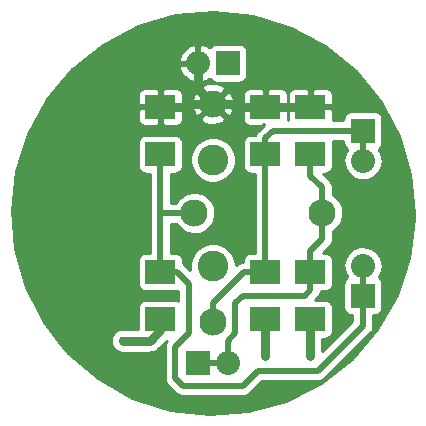
<source format=gbl>
%TF.GenerationSoftware,KiCad,Pcbnew,4.1.0-alpha+201609021633+7109~49~ubuntu16.04.1-product*%
%TF.CreationDate,2016-09-14T14:37:25+05:30*%
%TF.ProjectId,OTS2_encB,4F5453325F656E63422E6B696361645F,rev?*%
%TF.FileFunction,Copper,L2,Bot,Signal*%
%FSLAX46Y46*%
G04 Gerber Fmt 4.6, Leading zero omitted, Abs format (unit mm)*
G04 Created by KiCad (PCBNEW 4.1.0-alpha+201609021633+7109~49~ubuntu16.04.1-product) date Wed Sep 14 14:37:25 2016*
%MOMM*%
%LPD*%
G01*
G04 APERTURE LIST*
%ADD10C,0.101600*%
%ADD11C,2.300000*%
%ADD12C,2.600000*%
%ADD13R,2.032000X2.032000*%
%ADD14O,2.032000X2.032000*%
%ADD15R,2.500000X2.000000*%
%ADD16C,0.762000*%
%ADD17C,0.762000*%
%ADD18C,0.508000*%
%ADD19C,0.254000*%
G04 APERTURE END LIST*
D10*
D11*
X140035000Y-91440000D03*
D12*
X141605000Y-95940000D03*
D11*
X141605000Y-100700000D03*
D12*
X141605000Y-86940000D03*
D11*
X141605000Y-82180000D03*
X150865000Y-91440000D03*
D13*
X154305000Y-98425000D03*
D14*
X154305000Y-95885000D03*
D15*
X149860000Y-100425000D03*
X149860000Y-96425000D03*
X146050000Y-100425000D03*
X146050000Y-96425000D03*
X149860000Y-86455000D03*
X149860000Y-82455000D03*
X137160000Y-100425000D03*
X137160000Y-96425000D03*
X137160000Y-86455000D03*
X137160000Y-82455000D03*
X146050000Y-86455000D03*
X146050000Y-82455000D03*
D13*
X154305000Y-84455000D03*
D14*
X154305000Y-86995000D03*
D13*
X140335000Y-104140000D03*
D14*
X142875000Y-104140000D03*
D13*
X142875000Y-78740000D03*
D14*
X140335000Y-78740000D03*
D16*
X133985000Y-102235000D03*
X149860000Y-103505000D03*
X146050000Y-103505000D03*
D17*
X137160000Y-82455000D02*
X136910000Y-82455000D01*
X137160000Y-82455000D02*
X139172000Y-82455000D01*
X139447000Y-82180000D02*
X139172000Y-82455000D01*
X143231345Y-82180000D02*
X143510000Y-82458655D01*
X141605000Y-82180000D02*
X139447000Y-82180000D01*
X141605000Y-82180000D02*
X143231345Y-82180000D01*
X143513655Y-82455000D02*
X146050000Y-82455000D01*
X140335000Y-80910000D02*
X141605000Y-82180000D01*
X143510000Y-82458655D02*
X143513655Y-82455000D01*
X146050000Y-82455000D02*
X149860000Y-82455000D01*
X140335000Y-78740000D02*
X140335000Y-80910000D01*
D18*
X144145000Y-106045000D02*
X139065000Y-106045000D01*
X139065000Y-106045000D02*
X138430000Y-105410000D01*
X150495000Y-104775000D02*
X145415000Y-104775000D01*
X145415000Y-104775000D02*
X144145000Y-106045000D01*
X154305000Y-98425000D02*
X154305000Y-100965000D01*
X138589000Y-96425000D02*
X137160000Y-96425000D01*
X138430000Y-105410000D02*
X138430000Y-102743000D01*
X138430000Y-102743000D02*
X139573000Y-101600000D01*
X139573000Y-101600000D02*
X139573000Y-97409000D01*
X139573000Y-97409000D02*
X138589000Y-96425000D01*
X154305000Y-100965000D02*
X150495000Y-104775000D01*
X154305000Y-98425000D02*
X154305000Y-95885000D01*
X137160000Y-96425000D02*
X137160000Y-91440000D01*
X140035000Y-91440000D02*
X137160000Y-91440000D01*
X137160000Y-86455000D02*
X137160000Y-91440000D01*
X142875000Y-102235000D02*
X143510000Y-101600000D01*
X142875000Y-104140000D02*
X142875000Y-102235000D01*
X140335000Y-104140000D02*
X142875000Y-104140000D01*
X144145000Y-98425000D02*
X143510000Y-99060000D01*
X143510000Y-99060000D02*
X143510000Y-101600000D01*
X149368000Y-98425000D02*
X144145000Y-98425000D01*
X149860000Y-97933000D02*
X149368000Y-98425000D01*
X149860000Y-96425000D02*
X149860000Y-94615000D01*
X149860000Y-96425000D02*
X149860000Y-97933000D01*
X150865000Y-93610000D02*
X150865000Y-91440000D01*
X149860000Y-94615000D02*
X150865000Y-93610000D01*
X150865000Y-89270000D02*
X149860000Y-88265000D01*
X150865000Y-91440000D02*
X150865000Y-89270000D01*
X149860000Y-88265000D02*
X149860000Y-86455000D01*
X154305000Y-84455000D02*
X146685000Y-84455000D01*
X146050000Y-85090000D02*
X146050000Y-86455000D01*
X146685000Y-84455000D02*
X146050000Y-85090000D01*
X154305000Y-84455000D02*
X154305000Y-86995000D01*
X141605000Y-100700000D02*
X141605000Y-99073655D01*
X141605000Y-99073655D02*
X142875000Y-97803655D01*
X142875000Y-97790000D02*
X144240000Y-96425000D01*
X144240000Y-96425000D02*
X146050000Y-96425000D01*
X142875000Y-97803655D02*
X142875000Y-97790000D01*
X146050000Y-96425000D02*
X146050000Y-86455000D01*
D17*
X137160000Y-100425000D02*
X137160000Y-101346000D01*
X137160000Y-101346000D02*
X136271000Y-102235000D01*
X136271000Y-102235000D02*
X133985000Y-102235000D01*
X149860000Y-103505000D02*
X149860000Y-100425000D01*
X146050000Y-100425000D02*
X146050000Y-103505000D01*
D19*
G36*
X145032051Y-74744707D02*
X148209583Y-75728318D01*
X151135548Y-77310381D01*
X153698498Y-79430637D01*
X155800810Y-82008326D01*
X157362408Y-84945265D01*
X158323811Y-88129586D01*
X158648400Y-91440000D01*
X158641755Y-91915880D01*
X158224861Y-95215940D01*
X157174921Y-98372175D01*
X155531927Y-101264367D01*
X153358462Y-103782351D01*
X150737310Y-105830219D01*
X147768312Y-107329967D01*
X144564555Y-108224472D01*
X141248070Y-108479662D01*
X137945180Y-108085816D01*
X134781691Y-107057937D01*
X131878100Y-105435174D01*
X129345004Y-103279340D01*
X128584980Y-102320428D01*
X132967664Y-102320428D01*
X133003633Y-102516403D01*
X133076981Y-102701659D01*
X133184915Y-102869140D01*
X133323324Y-103012467D01*
X133486936Y-103126180D01*
X133669520Y-103205949D01*
X133864119Y-103248734D01*
X134063324Y-103252907D01*
X134074139Y-103251000D01*
X136271000Y-103251000D01*
X136364407Y-103241841D01*
X136457895Y-103233662D01*
X136463026Y-103232171D01*
X136468342Y-103231650D01*
X136558166Y-103204531D01*
X136648310Y-103178342D01*
X136653054Y-103175883D01*
X136658168Y-103174339D01*
X136741053Y-103130268D01*
X136824353Y-103087089D01*
X136828526Y-103083758D01*
X136833246Y-103081248D01*
X136905982Y-103021926D01*
X136979319Y-102963382D01*
X136986752Y-102956051D01*
X136986908Y-102955924D01*
X136987027Y-102955780D01*
X136989420Y-102953420D01*
X137687633Y-102255208D01*
X137652449Y-102320825D01*
X137612889Y-102392786D01*
X137611476Y-102397240D01*
X137609266Y-102401362D01*
X137585249Y-102479917D01*
X137560427Y-102558167D01*
X137559906Y-102562812D01*
X137558539Y-102567283D01*
X137550241Y-102648980D01*
X137541087Y-102730588D01*
X137541023Y-102739730D01*
X137541006Y-102739897D01*
X137541021Y-102740052D01*
X137541000Y-102743000D01*
X137541000Y-105410000D01*
X137549011Y-105491704D01*
X137556170Y-105573533D01*
X137557475Y-105578025D01*
X137557931Y-105582674D01*
X137581665Y-105661284D01*
X137604577Y-105740146D01*
X137606727Y-105744294D01*
X137608079Y-105748772D01*
X137646647Y-105821309D01*
X137684422Y-105894184D01*
X137687338Y-105897837D01*
X137689533Y-105901965D01*
X137741442Y-105965611D01*
X137792667Y-106029780D01*
X137799084Y-106036288D01*
X137799192Y-106036420D01*
X137799315Y-106036521D01*
X137801382Y-106038618D01*
X138436382Y-106673618D01*
X138499827Y-106725732D01*
X138562744Y-106778526D01*
X138566842Y-106780779D01*
X138570453Y-106783745D01*
X138642825Y-106822551D01*
X138714786Y-106862111D01*
X138719240Y-106863524D01*
X138723362Y-106865734D01*
X138801917Y-106889751D01*
X138880167Y-106914573D01*
X138884812Y-106915094D01*
X138889283Y-106916461D01*
X138971024Y-106924764D01*
X139052588Y-106933913D01*
X139061720Y-106933977D01*
X139061897Y-106933995D01*
X139062062Y-106933979D01*
X139065000Y-106934000D01*
X144145000Y-106934000D01*
X144226704Y-106925989D01*
X144308533Y-106918830D01*
X144313025Y-106917525D01*
X144317674Y-106917069D01*
X144396284Y-106893335D01*
X144475146Y-106870423D01*
X144479294Y-106868273D01*
X144483772Y-106866921D01*
X144556309Y-106828353D01*
X144629184Y-106790578D01*
X144632837Y-106787662D01*
X144636965Y-106785467D01*
X144700611Y-106733558D01*
X144764780Y-106682333D01*
X144771288Y-106675916D01*
X144771420Y-106675808D01*
X144771521Y-106675685D01*
X144773618Y-106673618D01*
X145783236Y-105664000D01*
X150495000Y-105664000D01*
X150576704Y-105655989D01*
X150658533Y-105648830D01*
X150663025Y-105647525D01*
X150667674Y-105647069D01*
X150746284Y-105623335D01*
X150825146Y-105600423D01*
X150829294Y-105598273D01*
X150833772Y-105596921D01*
X150906309Y-105558353D01*
X150979184Y-105520578D01*
X150982837Y-105517662D01*
X150986965Y-105515467D01*
X151050611Y-105463558D01*
X151114780Y-105412333D01*
X151121288Y-105405916D01*
X151121420Y-105405808D01*
X151121521Y-105405685D01*
X151123618Y-105403618D01*
X154933618Y-101593618D01*
X154985732Y-101530173D01*
X155038526Y-101467256D01*
X155040779Y-101463158D01*
X155043745Y-101459547D01*
X155082551Y-101387175D01*
X155122111Y-101315214D01*
X155123524Y-101310760D01*
X155125734Y-101306638D01*
X155149751Y-101228083D01*
X155174573Y-101149833D01*
X155175094Y-101145188D01*
X155176461Y-101140717D01*
X155184764Y-101058976D01*
X155193913Y-100977412D01*
X155193977Y-100968280D01*
X155193995Y-100968103D01*
X155193979Y-100967938D01*
X155194000Y-100965000D01*
X155194000Y-100079072D01*
X155321000Y-100079072D01*
X155445482Y-100066812D01*
X155565180Y-100030502D01*
X155675494Y-99971537D01*
X155772185Y-99892185D01*
X155851537Y-99795494D01*
X155910502Y-99685180D01*
X155946812Y-99565482D01*
X155959072Y-99441000D01*
X155959072Y-97409000D01*
X155946812Y-97284518D01*
X155910502Y-97164820D01*
X155851537Y-97054506D01*
X155772185Y-96957815D01*
X155675494Y-96878463D01*
X155639528Y-96859239D01*
X155681729Y-96808227D01*
X155834984Y-96524788D01*
X155930267Y-96216980D01*
X155963948Y-95896526D01*
X155934744Y-95575633D01*
X155843769Y-95266525D01*
X155694486Y-94980973D01*
X155492582Y-94729856D01*
X155245749Y-94522738D01*
X154963386Y-94367508D01*
X154656250Y-94270078D01*
X154336040Y-94234161D01*
X154312988Y-94234000D01*
X154297012Y-94234000D01*
X153976331Y-94265443D01*
X153667865Y-94358574D01*
X153383363Y-94509847D01*
X153133661Y-94713499D01*
X152928271Y-94961773D01*
X152775016Y-95245212D01*
X152679733Y-95553020D01*
X152646052Y-95873474D01*
X152675256Y-96194367D01*
X152766231Y-96503475D01*
X152915514Y-96789027D01*
X152971517Y-96858680D01*
X152934506Y-96878463D01*
X152837815Y-96957815D01*
X152758463Y-97054506D01*
X152699498Y-97164820D01*
X152663188Y-97284518D01*
X152650928Y-97409000D01*
X152650928Y-99441000D01*
X152663188Y-99565482D01*
X152699498Y-99685180D01*
X152758463Y-99795494D01*
X152837815Y-99892185D01*
X152934506Y-99971537D01*
X153044820Y-100030502D01*
X153164518Y-100066812D01*
X153289000Y-100079072D01*
X153416000Y-100079072D01*
X153416000Y-100596764D01*
X150876000Y-103136764D01*
X150876000Y-102063072D01*
X151110000Y-102063072D01*
X151234482Y-102050812D01*
X151354180Y-102014502D01*
X151464494Y-101955537D01*
X151561185Y-101876185D01*
X151640537Y-101779494D01*
X151699502Y-101669180D01*
X151735812Y-101549482D01*
X151748072Y-101425000D01*
X151748072Y-99425000D01*
X151735812Y-99300518D01*
X151699502Y-99180820D01*
X151640537Y-99070506D01*
X151561185Y-98973815D01*
X151464494Y-98894463D01*
X151354180Y-98835498D01*
X151234482Y-98799188D01*
X151110000Y-98786928D01*
X150263308Y-98786928D01*
X150488618Y-98561618D01*
X150540732Y-98498173D01*
X150593526Y-98435256D01*
X150595779Y-98431158D01*
X150598745Y-98427547D01*
X150637551Y-98355175D01*
X150677111Y-98283214D01*
X150678524Y-98278760D01*
X150680734Y-98274638D01*
X150704755Y-98196071D01*
X150729573Y-98117833D01*
X150730094Y-98113190D01*
X150731461Y-98108718D01*
X150736097Y-98063072D01*
X151110000Y-98063072D01*
X151234482Y-98050812D01*
X151354180Y-98014502D01*
X151464494Y-97955537D01*
X151561185Y-97876185D01*
X151640537Y-97779494D01*
X151699502Y-97669180D01*
X151735812Y-97549482D01*
X151748072Y-97425000D01*
X151748072Y-95425000D01*
X151735812Y-95300518D01*
X151699502Y-95180820D01*
X151640537Y-95070506D01*
X151561185Y-94973815D01*
X151464494Y-94894463D01*
X151354180Y-94835498D01*
X151234482Y-94799188D01*
X151110000Y-94786928D01*
X150945308Y-94786928D01*
X151493618Y-94238618D01*
X151545732Y-94175173D01*
X151598526Y-94112256D01*
X151600779Y-94108158D01*
X151603745Y-94104547D01*
X151642551Y-94032175D01*
X151682111Y-93960214D01*
X151683524Y-93955760D01*
X151685734Y-93951638D01*
X151709751Y-93873083D01*
X151734573Y-93794833D01*
X151735094Y-93790188D01*
X151736461Y-93785717D01*
X151744764Y-93703976D01*
X151753913Y-93622412D01*
X151753977Y-93613280D01*
X151753995Y-93613103D01*
X151753979Y-93612938D01*
X151754000Y-93610000D01*
X151754000Y-92990022D01*
X151969273Y-92853405D01*
X152222774Y-92611999D01*
X152424558Y-92325952D01*
X152566939Y-92006160D01*
X152644494Y-91664802D01*
X152650077Y-91264972D01*
X152582084Y-90921582D01*
X152448687Y-90597938D01*
X152254969Y-90306369D01*
X152008307Y-90057979D01*
X151754000Y-89886447D01*
X151754000Y-89270000D01*
X151745993Y-89188336D01*
X151738830Y-89106468D01*
X151737525Y-89101976D01*
X151737069Y-89097326D01*
X151713346Y-89018750D01*
X151690424Y-88939854D01*
X151688272Y-88935702D01*
X151686921Y-88931228D01*
X151648371Y-88858727D01*
X151610578Y-88785816D01*
X151607662Y-88782163D01*
X151605467Y-88778035D01*
X151553558Y-88714389D01*
X151502333Y-88650220D01*
X151495916Y-88643712D01*
X151495808Y-88643580D01*
X151495685Y-88643479D01*
X151493618Y-88641382D01*
X150945308Y-88093072D01*
X151110000Y-88093072D01*
X151234482Y-88080812D01*
X151354180Y-88044502D01*
X151464494Y-87985537D01*
X151561185Y-87906185D01*
X151640537Y-87809494D01*
X151699502Y-87699180D01*
X151735812Y-87579482D01*
X151748072Y-87455000D01*
X151748072Y-85455000D01*
X151737140Y-85344000D01*
X152650928Y-85344000D01*
X152650928Y-85471000D01*
X152663188Y-85595482D01*
X152699498Y-85715180D01*
X152758463Y-85825494D01*
X152837815Y-85922185D01*
X152934506Y-86001537D01*
X152970472Y-86020761D01*
X152928271Y-86071773D01*
X152775016Y-86355212D01*
X152679733Y-86663020D01*
X152646052Y-86983474D01*
X152675256Y-87304367D01*
X152766231Y-87613475D01*
X152915514Y-87899027D01*
X153117418Y-88150144D01*
X153364251Y-88357262D01*
X153646614Y-88512492D01*
X153953750Y-88609922D01*
X154273960Y-88645839D01*
X154297012Y-88646000D01*
X154312988Y-88646000D01*
X154633669Y-88614557D01*
X154942135Y-88521426D01*
X155226637Y-88370153D01*
X155476339Y-88166501D01*
X155681729Y-87918227D01*
X155834984Y-87634788D01*
X155930267Y-87326980D01*
X155963948Y-87006526D01*
X155934744Y-86685633D01*
X155843769Y-86376525D01*
X155694486Y-86090973D01*
X155638483Y-86021320D01*
X155675494Y-86001537D01*
X155772185Y-85922185D01*
X155851537Y-85825494D01*
X155910502Y-85715180D01*
X155946812Y-85595482D01*
X155959072Y-85471000D01*
X155959072Y-83439000D01*
X155946812Y-83314518D01*
X155910502Y-83194820D01*
X155851537Y-83084506D01*
X155772185Y-82987815D01*
X155675494Y-82908463D01*
X155565180Y-82849498D01*
X155445482Y-82813188D01*
X155321000Y-82800928D01*
X153289000Y-82800928D01*
X153164518Y-82813188D01*
X153044820Y-82849498D01*
X152934506Y-82908463D01*
X152837815Y-82987815D01*
X152758463Y-83084506D01*
X152699498Y-83194820D01*
X152663188Y-83314518D01*
X152650928Y-83439000D01*
X152650928Y-83566000D01*
X151735361Y-83566000D01*
X151745000Y-83517542D01*
X151745000Y-82740750D01*
X151586250Y-82582000D01*
X149987000Y-82582000D01*
X149987000Y-82602000D01*
X149733000Y-82602000D01*
X149733000Y-82582000D01*
X148133750Y-82582000D01*
X147975000Y-82740750D01*
X147975000Y-83517542D01*
X147984639Y-83566000D01*
X147925361Y-83566000D01*
X147935000Y-83517542D01*
X147935000Y-82740750D01*
X147776250Y-82582000D01*
X146177000Y-82582000D01*
X146177000Y-82602000D01*
X145923000Y-82602000D01*
X145923000Y-82582000D01*
X144323750Y-82582000D01*
X144165000Y-82740750D01*
X144165000Y-83517542D01*
X144189403Y-83640223D01*
X144237270Y-83755785D01*
X144306763Y-83859789D01*
X144395211Y-83948237D01*
X144499215Y-84017730D01*
X144614777Y-84065597D01*
X144737458Y-84090000D01*
X145764250Y-84090000D01*
X145922998Y-83931252D01*
X145922998Y-83959766D01*
X145421382Y-84461382D01*
X145369268Y-84524827D01*
X145316474Y-84587744D01*
X145314221Y-84591842D01*
X145311255Y-84595453D01*
X145272449Y-84667825D01*
X145232889Y-84739786D01*
X145231476Y-84744240D01*
X145229266Y-84748362D01*
X145208303Y-84816928D01*
X144800000Y-84816928D01*
X144675518Y-84829188D01*
X144555820Y-84865498D01*
X144445506Y-84924463D01*
X144348815Y-85003815D01*
X144269463Y-85100506D01*
X144210498Y-85210820D01*
X144174188Y-85330518D01*
X144161928Y-85455000D01*
X144161928Y-87455000D01*
X144174188Y-87579482D01*
X144210498Y-87699180D01*
X144269463Y-87809494D01*
X144348815Y-87906185D01*
X144445506Y-87985537D01*
X144555820Y-88044502D01*
X144675518Y-88080812D01*
X144800000Y-88093072D01*
X145161000Y-88093072D01*
X145161000Y-94786928D01*
X144800000Y-94786928D01*
X144675518Y-94799188D01*
X144555820Y-94835498D01*
X144445506Y-94894463D01*
X144348815Y-94973815D01*
X144269463Y-95070506D01*
X144210498Y-95180820D01*
X144174188Y-95300518D01*
X144161928Y-95425000D01*
X144161928Y-95543655D01*
X144158336Y-95544007D01*
X144076468Y-95551170D01*
X144071976Y-95552475D01*
X144067326Y-95552931D01*
X143988750Y-95576654D01*
X143909854Y-95599576D01*
X143905702Y-95601728D01*
X143901228Y-95603079D01*
X143828727Y-95641629D01*
X143755816Y-95679422D01*
X143752163Y-95682338D01*
X143748035Y-95684533D01*
X143684365Y-95736461D01*
X143620221Y-95787667D01*
X143613714Y-95794083D01*
X143613580Y-95794192D01*
X143613478Y-95794316D01*
X143611382Y-95796382D01*
X143538420Y-95869344D01*
X143540083Y-95750263D01*
X143466377Y-95378017D01*
X143321771Y-95027177D01*
X143111773Y-94711106D01*
X142844384Y-94441843D01*
X142529786Y-94229644D01*
X142179964Y-94082592D01*
X141808241Y-94006288D01*
X141428777Y-94003639D01*
X141056026Y-94074745D01*
X140704184Y-94216899D01*
X140386655Y-94424684D01*
X140115532Y-94690188D01*
X139901142Y-95003296D01*
X139751651Y-95352083D01*
X139672754Y-95723264D01*
X139667456Y-96102700D01*
X139699718Y-96278482D01*
X139217618Y-95796382D01*
X139154173Y-95744268D01*
X139091256Y-95691474D01*
X139087158Y-95689221D01*
X139083547Y-95686255D01*
X139048072Y-95667233D01*
X139048072Y-95425000D01*
X139035812Y-95300518D01*
X138999502Y-95180820D01*
X138940537Y-95070506D01*
X138861185Y-94973815D01*
X138764494Y-94894463D01*
X138654180Y-94835498D01*
X138534482Y-94799188D01*
X138410000Y-94786928D01*
X138049000Y-94786928D01*
X138049000Y-92329000D01*
X138484262Y-92329000D01*
X138629338Y-92554114D01*
X138872508Y-92805923D01*
X139159957Y-93005705D01*
X139480736Y-93145850D01*
X139822626Y-93221020D01*
X140172606Y-93228351D01*
X140517345Y-93167564D01*
X140843711Y-93040975D01*
X141139273Y-92853405D01*
X141392774Y-92611999D01*
X141594558Y-92325952D01*
X141736939Y-92006160D01*
X141814494Y-91664802D01*
X141820077Y-91264972D01*
X141752084Y-90921582D01*
X141618687Y-90597938D01*
X141424969Y-90306369D01*
X141178307Y-90057979D01*
X140888097Y-89862230D01*
X140565393Y-89726577D01*
X140222486Y-89656189D01*
X139872438Y-89653745D01*
X139528582Y-89719339D01*
X139204015Y-89850472D01*
X138911100Y-90042151D01*
X138660994Y-90287072D01*
X138480279Y-90551000D01*
X138049000Y-90551000D01*
X138049000Y-88093072D01*
X138410000Y-88093072D01*
X138534482Y-88080812D01*
X138654180Y-88044502D01*
X138764494Y-87985537D01*
X138861185Y-87906185D01*
X138940537Y-87809494D01*
X138999502Y-87699180D01*
X139035812Y-87579482D01*
X139048072Y-87455000D01*
X139048072Y-87102700D01*
X139667456Y-87102700D01*
X139735958Y-87475939D01*
X139875652Y-87828764D01*
X140081215Y-88147737D01*
X140344820Y-88420707D01*
X140656424Y-88637277D01*
X141004159Y-88789199D01*
X141374780Y-88870685D01*
X141754170Y-88878632D01*
X142127878Y-88812738D01*
X142481670Y-88675511D01*
X142802069Y-88472179D01*
X143076873Y-88210487D01*
X143295614Y-87900402D01*
X143449959Y-87553736D01*
X143534031Y-87183693D01*
X143540083Y-86750263D01*
X143466377Y-86378017D01*
X143321771Y-86027177D01*
X143111773Y-85711106D01*
X142844384Y-85441843D01*
X142529786Y-85229644D01*
X142179964Y-85082592D01*
X141808241Y-85006288D01*
X141428777Y-85003639D01*
X141056026Y-85074745D01*
X140704184Y-85216899D01*
X140386655Y-85424684D01*
X140115532Y-85690188D01*
X139901142Y-86003296D01*
X139751651Y-86352083D01*
X139672754Y-86723264D01*
X139667456Y-87102700D01*
X139048072Y-87102700D01*
X139048072Y-85455000D01*
X139035812Y-85330518D01*
X138999502Y-85210820D01*
X138940537Y-85100506D01*
X138861185Y-85003815D01*
X138764494Y-84924463D01*
X138654180Y-84865498D01*
X138534482Y-84829188D01*
X138410000Y-84816928D01*
X135910000Y-84816928D01*
X135785518Y-84829188D01*
X135665820Y-84865498D01*
X135555506Y-84924463D01*
X135458815Y-85003815D01*
X135379463Y-85100506D01*
X135320498Y-85210820D01*
X135284188Y-85330518D01*
X135271928Y-85455000D01*
X135271928Y-87455000D01*
X135284188Y-87579482D01*
X135320498Y-87699180D01*
X135379463Y-87809494D01*
X135458815Y-87906185D01*
X135555506Y-87985537D01*
X135665820Y-88044502D01*
X135785518Y-88080812D01*
X135910000Y-88093072D01*
X136271000Y-88093072D01*
X136271000Y-94786928D01*
X135910000Y-94786928D01*
X135785518Y-94799188D01*
X135665820Y-94835498D01*
X135555506Y-94894463D01*
X135458815Y-94973815D01*
X135379463Y-95070506D01*
X135320498Y-95180820D01*
X135284188Y-95300518D01*
X135271928Y-95425000D01*
X135271928Y-97425000D01*
X135284188Y-97549482D01*
X135320498Y-97669180D01*
X135379463Y-97779494D01*
X135458815Y-97876185D01*
X135555506Y-97955537D01*
X135665820Y-98014502D01*
X135785518Y-98050812D01*
X135910000Y-98063072D01*
X138410000Y-98063072D01*
X138534482Y-98050812D01*
X138654180Y-98014502D01*
X138684000Y-97998563D01*
X138684000Y-98851437D01*
X138654180Y-98835498D01*
X138534482Y-98799188D01*
X138410000Y-98786928D01*
X135910000Y-98786928D01*
X135785518Y-98799188D01*
X135665820Y-98835498D01*
X135555506Y-98894463D01*
X135458815Y-98973815D01*
X135379463Y-99070506D01*
X135320498Y-99180820D01*
X135284188Y-99300518D01*
X135271928Y-99425000D01*
X135271928Y-101219000D01*
X133994743Y-101219000D01*
X133892472Y-101218286D01*
X133696753Y-101255621D01*
X133512014Y-101330261D01*
X133345290Y-101439361D01*
X133202933Y-101578768D01*
X133090364Y-101743170D01*
X133011872Y-101926306D01*
X132970446Y-102121200D01*
X132967664Y-102320428D01*
X128584980Y-102320428D01*
X127278887Y-100672550D01*
X125758447Y-97714094D01*
X124841598Y-94516660D01*
X124563261Y-91202037D01*
X124934039Y-87896478D01*
X125939809Y-84725890D01*
X127031149Y-82740750D01*
X135275000Y-82740750D01*
X135275000Y-83517542D01*
X135299403Y-83640223D01*
X135347270Y-83755785D01*
X135416763Y-83859789D01*
X135505211Y-83948237D01*
X135609215Y-84017730D01*
X135724777Y-84065597D01*
X135847458Y-84090000D01*
X136874250Y-84090000D01*
X137033000Y-83931250D01*
X137033000Y-82582000D01*
X137287000Y-82582000D01*
X137287000Y-83931250D01*
X137445750Y-84090000D01*
X138472542Y-84090000D01*
X138595223Y-84065597D01*
X138710785Y-84017730D01*
X138814789Y-83948237D01*
X138903237Y-83859789D01*
X138972730Y-83755785D01*
X139020597Y-83640223D01*
X139045000Y-83517542D01*
X139045000Y-83422349D01*
X140542256Y-83422349D01*
X140656118Y-83702090D01*
X140971296Y-83857961D01*
X141310826Y-83949349D01*
X141661661Y-83972741D01*
X142010319Y-83927240D01*
X142343400Y-83814594D01*
X142553882Y-83702090D01*
X142667744Y-83422349D01*
X141605000Y-82359605D01*
X140542256Y-83422349D01*
X139045000Y-83422349D01*
X139045000Y-82740750D01*
X138886250Y-82582000D01*
X137287000Y-82582000D01*
X137033000Y-82582000D01*
X135433750Y-82582000D01*
X135275000Y-82740750D01*
X127031149Y-82740750D01*
X127542261Y-81811041D01*
X127893493Y-81392458D01*
X135275000Y-81392458D01*
X135275000Y-82169250D01*
X135433750Y-82328000D01*
X137033000Y-82328000D01*
X137033000Y-80978750D01*
X137287000Y-80978750D01*
X137287000Y-82328000D01*
X138886250Y-82328000D01*
X138977589Y-82236661D01*
X139812259Y-82236661D01*
X139857760Y-82585319D01*
X139970406Y-82918400D01*
X140082910Y-83128882D01*
X140362651Y-83242744D01*
X141425395Y-82180000D01*
X141784605Y-82180000D01*
X142847349Y-83242744D01*
X143127090Y-83128882D01*
X143282961Y-82813704D01*
X143374349Y-82474174D01*
X143397741Y-82123339D01*
X143352240Y-81774681D01*
X143239594Y-81441600D01*
X143213328Y-81392458D01*
X144165000Y-81392458D01*
X144165000Y-82169250D01*
X144323750Y-82328000D01*
X145923000Y-82328000D01*
X145923000Y-80978750D01*
X146177000Y-80978750D01*
X146177000Y-82328000D01*
X147776250Y-82328000D01*
X147935000Y-82169250D01*
X147935000Y-81392458D01*
X147975000Y-81392458D01*
X147975000Y-82169250D01*
X148133750Y-82328000D01*
X149733000Y-82328000D01*
X149733000Y-80978750D01*
X149987000Y-80978750D01*
X149987000Y-82328000D01*
X151586250Y-82328000D01*
X151745000Y-82169250D01*
X151745000Y-81392458D01*
X151720597Y-81269777D01*
X151672730Y-81154215D01*
X151603237Y-81050211D01*
X151514789Y-80961763D01*
X151410785Y-80892270D01*
X151295223Y-80844403D01*
X151172542Y-80820000D01*
X150145750Y-80820000D01*
X149987000Y-80978750D01*
X149733000Y-80978750D01*
X149574250Y-80820000D01*
X148547458Y-80820000D01*
X148424777Y-80844403D01*
X148309215Y-80892270D01*
X148205211Y-80961763D01*
X148116763Y-81050211D01*
X148047270Y-81154215D01*
X147999403Y-81269777D01*
X147975000Y-81392458D01*
X147935000Y-81392458D01*
X147910597Y-81269777D01*
X147862730Y-81154215D01*
X147793237Y-81050211D01*
X147704789Y-80961763D01*
X147600785Y-80892270D01*
X147485223Y-80844403D01*
X147362542Y-80820000D01*
X146335750Y-80820000D01*
X146177000Y-80978750D01*
X145923000Y-80978750D01*
X145764250Y-80820000D01*
X144737458Y-80820000D01*
X144614777Y-80844403D01*
X144499215Y-80892270D01*
X144395211Y-80961763D01*
X144306763Y-81050211D01*
X144237270Y-81154215D01*
X144189403Y-81269777D01*
X144165000Y-81392458D01*
X143213328Y-81392458D01*
X143127090Y-81231118D01*
X142847349Y-81117256D01*
X141784605Y-82180000D01*
X141425395Y-82180000D01*
X140362651Y-81117256D01*
X140082910Y-81231118D01*
X139927039Y-81546296D01*
X139835651Y-81885826D01*
X139812259Y-82236661D01*
X138977589Y-82236661D01*
X139045000Y-82169250D01*
X139045000Y-81392458D01*
X139020597Y-81269777D01*
X138972730Y-81154215D01*
X138903237Y-81050211D01*
X138814789Y-80961763D01*
X138778703Y-80937651D01*
X140542256Y-80937651D01*
X141605000Y-82000395D01*
X142667744Y-80937651D01*
X142553882Y-80657910D01*
X142238704Y-80502039D01*
X141899174Y-80410651D01*
X141548339Y-80387259D01*
X141199681Y-80432760D01*
X140866600Y-80545406D01*
X140656118Y-80657910D01*
X140542256Y-80937651D01*
X138778703Y-80937651D01*
X138710785Y-80892270D01*
X138595223Y-80844403D01*
X138472542Y-80820000D01*
X137445750Y-80820000D01*
X137287000Y-80978750D01*
X137033000Y-80978750D01*
X136874250Y-80820000D01*
X135847458Y-80820000D01*
X135724777Y-80844403D01*
X135609215Y-80892270D01*
X135505211Y-80961763D01*
X135416763Y-81050211D01*
X135347270Y-81154215D01*
X135299403Y-81269777D01*
X135275000Y-81392458D01*
X127893493Y-81392458D01*
X129680358Y-79262956D01*
X129854496Y-79122945D01*
X138729022Y-79122945D01*
X138834589Y-79428898D01*
X138997816Y-79708377D01*
X139212431Y-79950642D01*
X139470185Y-80146382D01*
X139761174Y-80288076D01*
X139952056Y-80345975D01*
X140208000Y-80226836D01*
X140208000Y-78867000D01*
X138847638Y-78867000D01*
X138729022Y-79122945D01*
X129854496Y-79122945D01*
X130807071Y-78357055D01*
X138729022Y-78357055D01*
X138847638Y-78613000D01*
X140208000Y-78613000D01*
X140208000Y-77253164D01*
X140462000Y-77253164D01*
X140462000Y-78613000D01*
X140482000Y-78613000D01*
X140482000Y-78867000D01*
X140462000Y-78867000D01*
X140462000Y-80226836D01*
X140717944Y-80345975D01*
X140908826Y-80288076D01*
X141199815Y-80146382D01*
X141304964Y-80066531D01*
X141328463Y-80110494D01*
X141407815Y-80207185D01*
X141504506Y-80286537D01*
X141614820Y-80345502D01*
X141734518Y-80381812D01*
X141859000Y-80394072D01*
X143891000Y-80394072D01*
X144015482Y-80381812D01*
X144135180Y-80345502D01*
X144245494Y-80286537D01*
X144342185Y-80207185D01*
X144421537Y-80110494D01*
X144480502Y-80000180D01*
X144516812Y-79880482D01*
X144529072Y-79756000D01*
X144529072Y-77724000D01*
X144516812Y-77599518D01*
X144480502Y-77479820D01*
X144421537Y-77369506D01*
X144342185Y-77272815D01*
X144245494Y-77193463D01*
X144135180Y-77134498D01*
X144015482Y-77098188D01*
X143891000Y-77085928D01*
X141859000Y-77085928D01*
X141734518Y-77098188D01*
X141614820Y-77134498D01*
X141504506Y-77193463D01*
X141407815Y-77272815D01*
X141328463Y-77369506D01*
X141304964Y-77413469D01*
X141199815Y-77333618D01*
X140908826Y-77191924D01*
X140717944Y-77134025D01*
X140462000Y-77253164D01*
X140208000Y-77253164D01*
X139952056Y-77134025D01*
X139761174Y-77191924D01*
X139470185Y-77333618D01*
X139212431Y-77529358D01*
X138997816Y-77771623D01*
X138834589Y-78051102D01*
X138729022Y-78357055D01*
X130807071Y-78357055D01*
X132272661Y-77178691D01*
X135220430Y-75637635D01*
X138411385Y-74698485D01*
X141723984Y-74397015D01*
X145032051Y-74744707D01*
X145032051Y-74744707D01*
G37*
X145032051Y-74744707D02*
X148209583Y-75728318D01*
X151135548Y-77310381D01*
X153698498Y-79430637D01*
X155800810Y-82008326D01*
X157362408Y-84945265D01*
X158323811Y-88129586D01*
X158648400Y-91440000D01*
X158641755Y-91915880D01*
X158224861Y-95215940D01*
X157174921Y-98372175D01*
X155531927Y-101264367D01*
X153358462Y-103782351D01*
X150737310Y-105830219D01*
X147768312Y-107329967D01*
X144564555Y-108224472D01*
X141248070Y-108479662D01*
X137945180Y-108085816D01*
X134781691Y-107057937D01*
X131878100Y-105435174D01*
X129345004Y-103279340D01*
X128584980Y-102320428D01*
X132967664Y-102320428D01*
X133003633Y-102516403D01*
X133076981Y-102701659D01*
X133184915Y-102869140D01*
X133323324Y-103012467D01*
X133486936Y-103126180D01*
X133669520Y-103205949D01*
X133864119Y-103248734D01*
X134063324Y-103252907D01*
X134074139Y-103251000D01*
X136271000Y-103251000D01*
X136364407Y-103241841D01*
X136457895Y-103233662D01*
X136463026Y-103232171D01*
X136468342Y-103231650D01*
X136558166Y-103204531D01*
X136648310Y-103178342D01*
X136653054Y-103175883D01*
X136658168Y-103174339D01*
X136741053Y-103130268D01*
X136824353Y-103087089D01*
X136828526Y-103083758D01*
X136833246Y-103081248D01*
X136905982Y-103021926D01*
X136979319Y-102963382D01*
X136986752Y-102956051D01*
X136986908Y-102955924D01*
X136987027Y-102955780D01*
X136989420Y-102953420D01*
X137687633Y-102255208D01*
X137652449Y-102320825D01*
X137612889Y-102392786D01*
X137611476Y-102397240D01*
X137609266Y-102401362D01*
X137585249Y-102479917D01*
X137560427Y-102558167D01*
X137559906Y-102562812D01*
X137558539Y-102567283D01*
X137550241Y-102648980D01*
X137541087Y-102730588D01*
X137541023Y-102739730D01*
X137541006Y-102739897D01*
X137541021Y-102740052D01*
X137541000Y-102743000D01*
X137541000Y-105410000D01*
X137549011Y-105491704D01*
X137556170Y-105573533D01*
X137557475Y-105578025D01*
X137557931Y-105582674D01*
X137581665Y-105661284D01*
X137604577Y-105740146D01*
X137606727Y-105744294D01*
X137608079Y-105748772D01*
X137646647Y-105821309D01*
X137684422Y-105894184D01*
X137687338Y-105897837D01*
X137689533Y-105901965D01*
X137741442Y-105965611D01*
X137792667Y-106029780D01*
X137799084Y-106036288D01*
X137799192Y-106036420D01*
X137799315Y-106036521D01*
X137801382Y-106038618D01*
X138436382Y-106673618D01*
X138499827Y-106725732D01*
X138562744Y-106778526D01*
X138566842Y-106780779D01*
X138570453Y-106783745D01*
X138642825Y-106822551D01*
X138714786Y-106862111D01*
X138719240Y-106863524D01*
X138723362Y-106865734D01*
X138801917Y-106889751D01*
X138880167Y-106914573D01*
X138884812Y-106915094D01*
X138889283Y-106916461D01*
X138971024Y-106924764D01*
X139052588Y-106933913D01*
X139061720Y-106933977D01*
X139061897Y-106933995D01*
X139062062Y-106933979D01*
X139065000Y-106934000D01*
X144145000Y-106934000D01*
X144226704Y-106925989D01*
X144308533Y-106918830D01*
X144313025Y-106917525D01*
X144317674Y-106917069D01*
X144396284Y-106893335D01*
X144475146Y-106870423D01*
X144479294Y-106868273D01*
X144483772Y-106866921D01*
X144556309Y-106828353D01*
X144629184Y-106790578D01*
X144632837Y-106787662D01*
X144636965Y-106785467D01*
X144700611Y-106733558D01*
X144764780Y-106682333D01*
X144771288Y-106675916D01*
X144771420Y-106675808D01*
X144771521Y-106675685D01*
X144773618Y-106673618D01*
X145783236Y-105664000D01*
X150495000Y-105664000D01*
X150576704Y-105655989D01*
X150658533Y-105648830D01*
X150663025Y-105647525D01*
X150667674Y-105647069D01*
X150746284Y-105623335D01*
X150825146Y-105600423D01*
X150829294Y-105598273D01*
X150833772Y-105596921D01*
X150906309Y-105558353D01*
X150979184Y-105520578D01*
X150982837Y-105517662D01*
X150986965Y-105515467D01*
X151050611Y-105463558D01*
X151114780Y-105412333D01*
X151121288Y-105405916D01*
X151121420Y-105405808D01*
X151121521Y-105405685D01*
X151123618Y-105403618D01*
X154933618Y-101593618D01*
X154985732Y-101530173D01*
X155038526Y-101467256D01*
X155040779Y-101463158D01*
X155043745Y-101459547D01*
X155082551Y-101387175D01*
X155122111Y-101315214D01*
X155123524Y-101310760D01*
X155125734Y-101306638D01*
X155149751Y-101228083D01*
X155174573Y-101149833D01*
X155175094Y-101145188D01*
X155176461Y-101140717D01*
X155184764Y-101058976D01*
X155193913Y-100977412D01*
X155193977Y-100968280D01*
X155193995Y-100968103D01*
X155193979Y-100967938D01*
X155194000Y-100965000D01*
X155194000Y-100079072D01*
X155321000Y-100079072D01*
X155445482Y-100066812D01*
X155565180Y-100030502D01*
X155675494Y-99971537D01*
X155772185Y-99892185D01*
X155851537Y-99795494D01*
X155910502Y-99685180D01*
X155946812Y-99565482D01*
X155959072Y-99441000D01*
X155959072Y-97409000D01*
X155946812Y-97284518D01*
X155910502Y-97164820D01*
X155851537Y-97054506D01*
X155772185Y-96957815D01*
X155675494Y-96878463D01*
X155639528Y-96859239D01*
X155681729Y-96808227D01*
X155834984Y-96524788D01*
X155930267Y-96216980D01*
X155963948Y-95896526D01*
X155934744Y-95575633D01*
X155843769Y-95266525D01*
X155694486Y-94980973D01*
X155492582Y-94729856D01*
X155245749Y-94522738D01*
X154963386Y-94367508D01*
X154656250Y-94270078D01*
X154336040Y-94234161D01*
X154312988Y-94234000D01*
X154297012Y-94234000D01*
X153976331Y-94265443D01*
X153667865Y-94358574D01*
X153383363Y-94509847D01*
X153133661Y-94713499D01*
X152928271Y-94961773D01*
X152775016Y-95245212D01*
X152679733Y-95553020D01*
X152646052Y-95873474D01*
X152675256Y-96194367D01*
X152766231Y-96503475D01*
X152915514Y-96789027D01*
X152971517Y-96858680D01*
X152934506Y-96878463D01*
X152837815Y-96957815D01*
X152758463Y-97054506D01*
X152699498Y-97164820D01*
X152663188Y-97284518D01*
X152650928Y-97409000D01*
X152650928Y-99441000D01*
X152663188Y-99565482D01*
X152699498Y-99685180D01*
X152758463Y-99795494D01*
X152837815Y-99892185D01*
X152934506Y-99971537D01*
X153044820Y-100030502D01*
X153164518Y-100066812D01*
X153289000Y-100079072D01*
X153416000Y-100079072D01*
X153416000Y-100596764D01*
X150876000Y-103136764D01*
X150876000Y-102063072D01*
X151110000Y-102063072D01*
X151234482Y-102050812D01*
X151354180Y-102014502D01*
X151464494Y-101955537D01*
X151561185Y-101876185D01*
X151640537Y-101779494D01*
X151699502Y-101669180D01*
X151735812Y-101549482D01*
X151748072Y-101425000D01*
X151748072Y-99425000D01*
X151735812Y-99300518D01*
X151699502Y-99180820D01*
X151640537Y-99070506D01*
X151561185Y-98973815D01*
X151464494Y-98894463D01*
X151354180Y-98835498D01*
X151234482Y-98799188D01*
X151110000Y-98786928D01*
X150263308Y-98786928D01*
X150488618Y-98561618D01*
X150540732Y-98498173D01*
X150593526Y-98435256D01*
X150595779Y-98431158D01*
X150598745Y-98427547D01*
X150637551Y-98355175D01*
X150677111Y-98283214D01*
X150678524Y-98278760D01*
X150680734Y-98274638D01*
X150704755Y-98196071D01*
X150729573Y-98117833D01*
X150730094Y-98113190D01*
X150731461Y-98108718D01*
X150736097Y-98063072D01*
X151110000Y-98063072D01*
X151234482Y-98050812D01*
X151354180Y-98014502D01*
X151464494Y-97955537D01*
X151561185Y-97876185D01*
X151640537Y-97779494D01*
X151699502Y-97669180D01*
X151735812Y-97549482D01*
X151748072Y-97425000D01*
X151748072Y-95425000D01*
X151735812Y-95300518D01*
X151699502Y-95180820D01*
X151640537Y-95070506D01*
X151561185Y-94973815D01*
X151464494Y-94894463D01*
X151354180Y-94835498D01*
X151234482Y-94799188D01*
X151110000Y-94786928D01*
X150945308Y-94786928D01*
X151493618Y-94238618D01*
X151545732Y-94175173D01*
X151598526Y-94112256D01*
X151600779Y-94108158D01*
X151603745Y-94104547D01*
X151642551Y-94032175D01*
X151682111Y-93960214D01*
X151683524Y-93955760D01*
X151685734Y-93951638D01*
X151709751Y-93873083D01*
X151734573Y-93794833D01*
X151735094Y-93790188D01*
X151736461Y-93785717D01*
X151744764Y-93703976D01*
X151753913Y-93622412D01*
X151753977Y-93613280D01*
X151753995Y-93613103D01*
X151753979Y-93612938D01*
X151754000Y-93610000D01*
X151754000Y-92990022D01*
X151969273Y-92853405D01*
X152222774Y-92611999D01*
X152424558Y-92325952D01*
X152566939Y-92006160D01*
X152644494Y-91664802D01*
X152650077Y-91264972D01*
X152582084Y-90921582D01*
X152448687Y-90597938D01*
X152254969Y-90306369D01*
X152008307Y-90057979D01*
X151754000Y-89886447D01*
X151754000Y-89270000D01*
X151745993Y-89188336D01*
X151738830Y-89106468D01*
X151737525Y-89101976D01*
X151737069Y-89097326D01*
X151713346Y-89018750D01*
X151690424Y-88939854D01*
X151688272Y-88935702D01*
X151686921Y-88931228D01*
X151648371Y-88858727D01*
X151610578Y-88785816D01*
X151607662Y-88782163D01*
X151605467Y-88778035D01*
X151553558Y-88714389D01*
X151502333Y-88650220D01*
X151495916Y-88643712D01*
X151495808Y-88643580D01*
X151495685Y-88643479D01*
X151493618Y-88641382D01*
X150945308Y-88093072D01*
X151110000Y-88093072D01*
X151234482Y-88080812D01*
X151354180Y-88044502D01*
X151464494Y-87985537D01*
X151561185Y-87906185D01*
X151640537Y-87809494D01*
X151699502Y-87699180D01*
X151735812Y-87579482D01*
X151748072Y-87455000D01*
X151748072Y-85455000D01*
X151737140Y-85344000D01*
X152650928Y-85344000D01*
X152650928Y-85471000D01*
X152663188Y-85595482D01*
X152699498Y-85715180D01*
X152758463Y-85825494D01*
X152837815Y-85922185D01*
X152934506Y-86001537D01*
X152970472Y-86020761D01*
X152928271Y-86071773D01*
X152775016Y-86355212D01*
X152679733Y-86663020D01*
X152646052Y-86983474D01*
X152675256Y-87304367D01*
X152766231Y-87613475D01*
X152915514Y-87899027D01*
X153117418Y-88150144D01*
X153364251Y-88357262D01*
X153646614Y-88512492D01*
X153953750Y-88609922D01*
X154273960Y-88645839D01*
X154297012Y-88646000D01*
X154312988Y-88646000D01*
X154633669Y-88614557D01*
X154942135Y-88521426D01*
X155226637Y-88370153D01*
X155476339Y-88166501D01*
X155681729Y-87918227D01*
X155834984Y-87634788D01*
X155930267Y-87326980D01*
X155963948Y-87006526D01*
X155934744Y-86685633D01*
X155843769Y-86376525D01*
X155694486Y-86090973D01*
X155638483Y-86021320D01*
X155675494Y-86001537D01*
X155772185Y-85922185D01*
X155851537Y-85825494D01*
X155910502Y-85715180D01*
X155946812Y-85595482D01*
X155959072Y-85471000D01*
X155959072Y-83439000D01*
X155946812Y-83314518D01*
X155910502Y-83194820D01*
X155851537Y-83084506D01*
X155772185Y-82987815D01*
X155675494Y-82908463D01*
X155565180Y-82849498D01*
X155445482Y-82813188D01*
X155321000Y-82800928D01*
X153289000Y-82800928D01*
X153164518Y-82813188D01*
X153044820Y-82849498D01*
X152934506Y-82908463D01*
X152837815Y-82987815D01*
X152758463Y-83084506D01*
X152699498Y-83194820D01*
X152663188Y-83314518D01*
X152650928Y-83439000D01*
X152650928Y-83566000D01*
X151735361Y-83566000D01*
X151745000Y-83517542D01*
X151745000Y-82740750D01*
X151586250Y-82582000D01*
X149987000Y-82582000D01*
X149987000Y-82602000D01*
X149733000Y-82602000D01*
X149733000Y-82582000D01*
X148133750Y-82582000D01*
X147975000Y-82740750D01*
X147975000Y-83517542D01*
X147984639Y-83566000D01*
X147925361Y-83566000D01*
X147935000Y-83517542D01*
X147935000Y-82740750D01*
X147776250Y-82582000D01*
X146177000Y-82582000D01*
X146177000Y-82602000D01*
X145923000Y-82602000D01*
X145923000Y-82582000D01*
X144323750Y-82582000D01*
X144165000Y-82740750D01*
X144165000Y-83517542D01*
X144189403Y-83640223D01*
X144237270Y-83755785D01*
X144306763Y-83859789D01*
X144395211Y-83948237D01*
X144499215Y-84017730D01*
X144614777Y-84065597D01*
X144737458Y-84090000D01*
X145764250Y-84090000D01*
X145922998Y-83931252D01*
X145922998Y-83959766D01*
X145421382Y-84461382D01*
X145369268Y-84524827D01*
X145316474Y-84587744D01*
X145314221Y-84591842D01*
X145311255Y-84595453D01*
X145272449Y-84667825D01*
X145232889Y-84739786D01*
X145231476Y-84744240D01*
X145229266Y-84748362D01*
X145208303Y-84816928D01*
X144800000Y-84816928D01*
X144675518Y-84829188D01*
X144555820Y-84865498D01*
X144445506Y-84924463D01*
X144348815Y-85003815D01*
X144269463Y-85100506D01*
X144210498Y-85210820D01*
X144174188Y-85330518D01*
X144161928Y-85455000D01*
X144161928Y-87455000D01*
X144174188Y-87579482D01*
X144210498Y-87699180D01*
X144269463Y-87809494D01*
X144348815Y-87906185D01*
X144445506Y-87985537D01*
X144555820Y-88044502D01*
X144675518Y-88080812D01*
X144800000Y-88093072D01*
X145161000Y-88093072D01*
X145161000Y-94786928D01*
X144800000Y-94786928D01*
X144675518Y-94799188D01*
X144555820Y-94835498D01*
X144445506Y-94894463D01*
X144348815Y-94973815D01*
X144269463Y-95070506D01*
X144210498Y-95180820D01*
X144174188Y-95300518D01*
X144161928Y-95425000D01*
X144161928Y-95543655D01*
X144158336Y-95544007D01*
X144076468Y-95551170D01*
X144071976Y-95552475D01*
X144067326Y-95552931D01*
X143988750Y-95576654D01*
X143909854Y-95599576D01*
X143905702Y-95601728D01*
X143901228Y-95603079D01*
X143828727Y-95641629D01*
X143755816Y-95679422D01*
X143752163Y-95682338D01*
X143748035Y-95684533D01*
X143684365Y-95736461D01*
X143620221Y-95787667D01*
X143613714Y-95794083D01*
X143613580Y-95794192D01*
X143613478Y-95794316D01*
X143611382Y-95796382D01*
X143538420Y-95869344D01*
X143540083Y-95750263D01*
X143466377Y-95378017D01*
X143321771Y-95027177D01*
X143111773Y-94711106D01*
X142844384Y-94441843D01*
X142529786Y-94229644D01*
X142179964Y-94082592D01*
X141808241Y-94006288D01*
X141428777Y-94003639D01*
X141056026Y-94074745D01*
X140704184Y-94216899D01*
X140386655Y-94424684D01*
X140115532Y-94690188D01*
X139901142Y-95003296D01*
X139751651Y-95352083D01*
X139672754Y-95723264D01*
X139667456Y-96102700D01*
X139699718Y-96278482D01*
X139217618Y-95796382D01*
X139154173Y-95744268D01*
X139091256Y-95691474D01*
X139087158Y-95689221D01*
X139083547Y-95686255D01*
X139048072Y-95667233D01*
X139048072Y-95425000D01*
X139035812Y-95300518D01*
X138999502Y-95180820D01*
X138940537Y-95070506D01*
X138861185Y-94973815D01*
X138764494Y-94894463D01*
X138654180Y-94835498D01*
X138534482Y-94799188D01*
X138410000Y-94786928D01*
X138049000Y-94786928D01*
X138049000Y-92329000D01*
X138484262Y-92329000D01*
X138629338Y-92554114D01*
X138872508Y-92805923D01*
X139159957Y-93005705D01*
X139480736Y-93145850D01*
X139822626Y-93221020D01*
X140172606Y-93228351D01*
X140517345Y-93167564D01*
X140843711Y-93040975D01*
X141139273Y-92853405D01*
X141392774Y-92611999D01*
X141594558Y-92325952D01*
X141736939Y-92006160D01*
X141814494Y-91664802D01*
X141820077Y-91264972D01*
X141752084Y-90921582D01*
X141618687Y-90597938D01*
X141424969Y-90306369D01*
X141178307Y-90057979D01*
X140888097Y-89862230D01*
X140565393Y-89726577D01*
X140222486Y-89656189D01*
X139872438Y-89653745D01*
X139528582Y-89719339D01*
X139204015Y-89850472D01*
X138911100Y-90042151D01*
X138660994Y-90287072D01*
X138480279Y-90551000D01*
X138049000Y-90551000D01*
X138049000Y-88093072D01*
X138410000Y-88093072D01*
X138534482Y-88080812D01*
X138654180Y-88044502D01*
X138764494Y-87985537D01*
X138861185Y-87906185D01*
X138940537Y-87809494D01*
X138999502Y-87699180D01*
X139035812Y-87579482D01*
X139048072Y-87455000D01*
X139048072Y-87102700D01*
X139667456Y-87102700D01*
X139735958Y-87475939D01*
X139875652Y-87828764D01*
X140081215Y-88147737D01*
X140344820Y-88420707D01*
X140656424Y-88637277D01*
X141004159Y-88789199D01*
X141374780Y-88870685D01*
X141754170Y-88878632D01*
X142127878Y-88812738D01*
X142481670Y-88675511D01*
X142802069Y-88472179D01*
X143076873Y-88210487D01*
X143295614Y-87900402D01*
X143449959Y-87553736D01*
X143534031Y-87183693D01*
X143540083Y-86750263D01*
X143466377Y-86378017D01*
X143321771Y-86027177D01*
X143111773Y-85711106D01*
X142844384Y-85441843D01*
X142529786Y-85229644D01*
X142179964Y-85082592D01*
X141808241Y-85006288D01*
X141428777Y-85003639D01*
X141056026Y-85074745D01*
X140704184Y-85216899D01*
X140386655Y-85424684D01*
X140115532Y-85690188D01*
X139901142Y-86003296D01*
X139751651Y-86352083D01*
X139672754Y-86723264D01*
X139667456Y-87102700D01*
X139048072Y-87102700D01*
X139048072Y-85455000D01*
X139035812Y-85330518D01*
X138999502Y-85210820D01*
X138940537Y-85100506D01*
X138861185Y-85003815D01*
X138764494Y-84924463D01*
X138654180Y-84865498D01*
X138534482Y-84829188D01*
X138410000Y-84816928D01*
X135910000Y-84816928D01*
X135785518Y-84829188D01*
X135665820Y-84865498D01*
X135555506Y-84924463D01*
X135458815Y-85003815D01*
X135379463Y-85100506D01*
X135320498Y-85210820D01*
X135284188Y-85330518D01*
X135271928Y-85455000D01*
X135271928Y-87455000D01*
X135284188Y-87579482D01*
X135320498Y-87699180D01*
X135379463Y-87809494D01*
X135458815Y-87906185D01*
X135555506Y-87985537D01*
X135665820Y-88044502D01*
X135785518Y-88080812D01*
X135910000Y-88093072D01*
X136271000Y-88093072D01*
X136271000Y-94786928D01*
X135910000Y-94786928D01*
X135785518Y-94799188D01*
X135665820Y-94835498D01*
X135555506Y-94894463D01*
X135458815Y-94973815D01*
X135379463Y-95070506D01*
X135320498Y-95180820D01*
X135284188Y-95300518D01*
X135271928Y-95425000D01*
X135271928Y-97425000D01*
X135284188Y-97549482D01*
X135320498Y-97669180D01*
X135379463Y-97779494D01*
X135458815Y-97876185D01*
X135555506Y-97955537D01*
X135665820Y-98014502D01*
X135785518Y-98050812D01*
X135910000Y-98063072D01*
X138410000Y-98063072D01*
X138534482Y-98050812D01*
X138654180Y-98014502D01*
X138684000Y-97998563D01*
X138684000Y-98851437D01*
X138654180Y-98835498D01*
X138534482Y-98799188D01*
X138410000Y-98786928D01*
X135910000Y-98786928D01*
X135785518Y-98799188D01*
X135665820Y-98835498D01*
X135555506Y-98894463D01*
X135458815Y-98973815D01*
X135379463Y-99070506D01*
X135320498Y-99180820D01*
X135284188Y-99300518D01*
X135271928Y-99425000D01*
X135271928Y-101219000D01*
X133994743Y-101219000D01*
X133892472Y-101218286D01*
X133696753Y-101255621D01*
X133512014Y-101330261D01*
X133345290Y-101439361D01*
X133202933Y-101578768D01*
X133090364Y-101743170D01*
X133011872Y-101926306D01*
X132970446Y-102121200D01*
X132967664Y-102320428D01*
X128584980Y-102320428D01*
X127278887Y-100672550D01*
X125758447Y-97714094D01*
X124841598Y-94516660D01*
X124563261Y-91202037D01*
X124934039Y-87896478D01*
X125939809Y-84725890D01*
X127031149Y-82740750D01*
X135275000Y-82740750D01*
X135275000Y-83517542D01*
X135299403Y-83640223D01*
X135347270Y-83755785D01*
X135416763Y-83859789D01*
X135505211Y-83948237D01*
X135609215Y-84017730D01*
X135724777Y-84065597D01*
X135847458Y-84090000D01*
X136874250Y-84090000D01*
X137033000Y-83931250D01*
X137033000Y-82582000D01*
X137287000Y-82582000D01*
X137287000Y-83931250D01*
X137445750Y-84090000D01*
X138472542Y-84090000D01*
X138595223Y-84065597D01*
X138710785Y-84017730D01*
X138814789Y-83948237D01*
X138903237Y-83859789D01*
X138972730Y-83755785D01*
X139020597Y-83640223D01*
X139045000Y-83517542D01*
X139045000Y-83422349D01*
X140542256Y-83422349D01*
X140656118Y-83702090D01*
X140971296Y-83857961D01*
X141310826Y-83949349D01*
X141661661Y-83972741D01*
X142010319Y-83927240D01*
X142343400Y-83814594D01*
X142553882Y-83702090D01*
X142667744Y-83422349D01*
X141605000Y-82359605D01*
X140542256Y-83422349D01*
X139045000Y-83422349D01*
X139045000Y-82740750D01*
X138886250Y-82582000D01*
X137287000Y-82582000D01*
X137033000Y-82582000D01*
X135433750Y-82582000D01*
X135275000Y-82740750D01*
X127031149Y-82740750D01*
X127542261Y-81811041D01*
X127893493Y-81392458D01*
X135275000Y-81392458D01*
X135275000Y-82169250D01*
X135433750Y-82328000D01*
X137033000Y-82328000D01*
X137033000Y-80978750D01*
X137287000Y-80978750D01*
X137287000Y-82328000D01*
X138886250Y-82328000D01*
X138977589Y-82236661D01*
X139812259Y-82236661D01*
X139857760Y-82585319D01*
X139970406Y-82918400D01*
X140082910Y-83128882D01*
X140362651Y-83242744D01*
X141425395Y-82180000D01*
X141784605Y-82180000D01*
X142847349Y-83242744D01*
X143127090Y-83128882D01*
X143282961Y-82813704D01*
X143374349Y-82474174D01*
X143397741Y-82123339D01*
X143352240Y-81774681D01*
X143239594Y-81441600D01*
X143213328Y-81392458D01*
X144165000Y-81392458D01*
X144165000Y-82169250D01*
X144323750Y-82328000D01*
X145923000Y-82328000D01*
X145923000Y-80978750D01*
X146177000Y-80978750D01*
X146177000Y-82328000D01*
X147776250Y-82328000D01*
X147935000Y-82169250D01*
X147935000Y-81392458D01*
X147975000Y-81392458D01*
X147975000Y-82169250D01*
X148133750Y-82328000D01*
X149733000Y-82328000D01*
X149733000Y-80978750D01*
X149987000Y-80978750D01*
X149987000Y-82328000D01*
X151586250Y-82328000D01*
X151745000Y-82169250D01*
X151745000Y-81392458D01*
X151720597Y-81269777D01*
X151672730Y-81154215D01*
X151603237Y-81050211D01*
X151514789Y-80961763D01*
X151410785Y-80892270D01*
X151295223Y-80844403D01*
X151172542Y-80820000D01*
X150145750Y-80820000D01*
X149987000Y-80978750D01*
X149733000Y-80978750D01*
X149574250Y-80820000D01*
X148547458Y-80820000D01*
X148424777Y-80844403D01*
X148309215Y-80892270D01*
X148205211Y-80961763D01*
X148116763Y-81050211D01*
X148047270Y-81154215D01*
X147999403Y-81269777D01*
X147975000Y-81392458D01*
X147935000Y-81392458D01*
X147910597Y-81269777D01*
X147862730Y-81154215D01*
X147793237Y-81050211D01*
X147704789Y-80961763D01*
X147600785Y-80892270D01*
X147485223Y-80844403D01*
X147362542Y-80820000D01*
X146335750Y-80820000D01*
X146177000Y-80978750D01*
X145923000Y-80978750D01*
X145764250Y-80820000D01*
X144737458Y-80820000D01*
X144614777Y-80844403D01*
X144499215Y-80892270D01*
X144395211Y-80961763D01*
X144306763Y-81050211D01*
X144237270Y-81154215D01*
X144189403Y-81269777D01*
X144165000Y-81392458D01*
X143213328Y-81392458D01*
X143127090Y-81231118D01*
X142847349Y-81117256D01*
X141784605Y-82180000D01*
X141425395Y-82180000D01*
X140362651Y-81117256D01*
X140082910Y-81231118D01*
X139927039Y-81546296D01*
X139835651Y-81885826D01*
X139812259Y-82236661D01*
X138977589Y-82236661D01*
X139045000Y-82169250D01*
X139045000Y-81392458D01*
X139020597Y-81269777D01*
X138972730Y-81154215D01*
X138903237Y-81050211D01*
X138814789Y-80961763D01*
X138778703Y-80937651D01*
X140542256Y-80937651D01*
X141605000Y-82000395D01*
X142667744Y-80937651D01*
X142553882Y-80657910D01*
X142238704Y-80502039D01*
X141899174Y-80410651D01*
X141548339Y-80387259D01*
X141199681Y-80432760D01*
X140866600Y-80545406D01*
X140656118Y-80657910D01*
X140542256Y-80937651D01*
X138778703Y-80937651D01*
X138710785Y-80892270D01*
X138595223Y-80844403D01*
X138472542Y-80820000D01*
X137445750Y-80820000D01*
X137287000Y-80978750D01*
X137033000Y-80978750D01*
X136874250Y-80820000D01*
X135847458Y-80820000D01*
X135724777Y-80844403D01*
X135609215Y-80892270D01*
X135505211Y-80961763D01*
X135416763Y-81050211D01*
X135347270Y-81154215D01*
X135299403Y-81269777D01*
X135275000Y-81392458D01*
X127893493Y-81392458D01*
X129680358Y-79262956D01*
X129854496Y-79122945D01*
X138729022Y-79122945D01*
X138834589Y-79428898D01*
X138997816Y-79708377D01*
X139212431Y-79950642D01*
X139470185Y-80146382D01*
X139761174Y-80288076D01*
X139952056Y-80345975D01*
X140208000Y-80226836D01*
X140208000Y-78867000D01*
X138847638Y-78867000D01*
X138729022Y-79122945D01*
X129854496Y-79122945D01*
X130807071Y-78357055D01*
X138729022Y-78357055D01*
X138847638Y-78613000D01*
X140208000Y-78613000D01*
X140208000Y-77253164D01*
X140462000Y-77253164D01*
X140462000Y-78613000D01*
X140482000Y-78613000D01*
X140482000Y-78867000D01*
X140462000Y-78867000D01*
X140462000Y-80226836D01*
X140717944Y-80345975D01*
X140908826Y-80288076D01*
X141199815Y-80146382D01*
X141304964Y-80066531D01*
X141328463Y-80110494D01*
X141407815Y-80207185D01*
X141504506Y-80286537D01*
X141614820Y-80345502D01*
X141734518Y-80381812D01*
X141859000Y-80394072D01*
X143891000Y-80394072D01*
X144015482Y-80381812D01*
X144135180Y-80345502D01*
X144245494Y-80286537D01*
X144342185Y-80207185D01*
X144421537Y-80110494D01*
X144480502Y-80000180D01*
X144516812Y-79880482D01*
X144529072Y-79756000D01*
X144529072Y-77724000D01*
X144516812Y-77599518D01*
X144480502Y-77479820D01*
X144421537Y-77369506D01*
X144342185Y-77272815D01*
X144245494Y-77193463D01*
X144135180Y-77134498D01*
X144015482Y-77098188D01*
X143891000Y-77085928D01*
X141859000Y-77085928D01*
X141734518Y-77098188D01*
X141614820Y-77134498D01*
X141504506Y-77193463D01*
X141407815Y-77272815D01*
X141328463Y-77369506D01*
X141304964Y-77413469D01*
X141199815Y-77333618D01*
X140908826Y-77191924D01*
X140717944Y-77134025D01*
X140462000Y-77253164D01*
X140208000Y-77253164D01*
X139952056Y-77134025D01*
X139761174Y-77191924D01*
X139470185Y-77333618D01*
X139212431Y-77529358D01*
X138997816Y-77771623D01*
X138834589Y-78051102D01*
X138729022Y-78357055D01*
X130807071Y-78357055D01*
X132272661Y-77178691D01*
X135220430Y-75637635D01*
X138411385Y-74698485D01*
X141723984Y-74397015D01*
X145032051Y-74744707D01*
M02*

</source>
